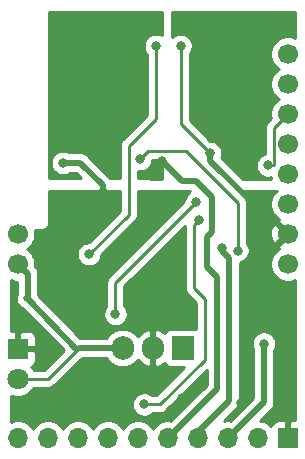
<source format=gbr>
G04 #@! TF.GenerationSoftware,KiCad,Pcbnew,5.1.5+dfsg1-2build2*
G04 #@! TF.CreationDate,2021-04-05T13:49:58+02:00*
G04 #@! TF.ProjectId,transistor_board,7472616e-7369-4737-946f-725f626f6172,rev?*
G04 #@! TF.SameCoordinates,Original*
G04 #@! TF.FileFunction,Copper,L1,Top*
G04 #@! TF.FilePolarity,Positive*
%FSLAX46Y46*%
G04 Gerber Fmt 4.6, Leading zero omitted, Abs format (unit mm)*
G04 Created by KiCad (PCBNEW 5.1.5+dfsg1-2build2) date 2021-04-05 13:49:58*
%MOMM*%
%LPD*%
G04 APERTURE LIST*
%ADD10C,1.800000*%
%ADD11R,1.800000X1.800000*%
%ADD12C,1.700000*%
%ADD13O,1.905000X2.000000*%
%ADD14R,1.905000X2.000000*%
%ADD15O,1.700000X1.700000*%
%ADD16R,1.700000X1.700000*%
%ADD17C,0.800000*%
%ADD18C,0.500000*%
%ADD19C,0.250000*%
%ADD20C,0.254000*%
G04 APERTURE END LIST*
D10*
X114300000Y-128980000D03*
D11*
X114300000Y-126440000D03*
D12*
X114300000Y-119253000D03*
X114300000Y-116713000D03*
X137160000Y-101473000D03*
X137160000Y-104013000D03*
X137160000Y-106553000D03*
X137160000Y-109093000D03*
X137160000Y-111633000D03*
X137160000Y-114173000D03*
X137160000Y-116713000D03*
X137160000Y-119253000D03*
D13*
X123170000Y-126365000D03*
X125710000Y-126365000D03*
D14*
X128250000Y-126365000D03*
D15*
X114300000Y-133985000D03*
X116840000Y-133985000D03*
X119380000Y-133985000D03*
X121920000Y-133985000D03*
X124460000Y-133985000D03*
X127000000Y-133985000D03*
X129540000Y-133985000D03*
X132080000Y-133985000D03*
X134620000Y-133985000D03*
D16*
X137160000Y-133985000D03*
D17*
X134175500Y-114109500D03*
X121475500Y-113157000D03*
X120269000Y-115824000D03*
X130556000Y-109855000D03*
X135763002Y-121856500D03*
X116586000Y-121602500D03*
X133159500Y-131000500D03*
X128206500Y-130619500D03*
X121412000Y-128714500D03*
X128079500Y-100774500D03*
X118110000Y-110680500D03*
X135128000Y-125984000D03*
X122110500Y-103632000D03*
X118110000Y-103568500D03*
X122110500Y-98996500D03*
X118110000Y-98996500D03*
X118160000Y-101300000D03*
X122130000Y-101260000D03*
X126492000Y-110490000D03*
X133858000Y-103632000D03*
X130111500Y-103632000D03*
X133794500Y-99060000D03*
X130111500Y-99060000D03*
X130150000Y-101250000D03*
X133810000Y-101250000D03*
X131572000Y-117856000D03*
X132905500Y-118110000D03*
X124650500Y-110363004D03*
X135476999Y-110903001D03*
X120332500Y-118427500D03*
X125984000Y-100774500D03*
X129413000Y-113982500D03*
X122555000Y-123507500D03*
X124984001Y-131143501D03*
X129667000Y-115506500D03*
D18*
X137160000Y-117094000D02*
X137160000Y-116713000D01*
D19*
X136779000Y-116713000D02*
X137160000Y-116713000D01*
D18*
X121475500Y-113157000D02*
X121475500Y-114617500D01*
X121475500Y-114617500D02*
X120668999Y-115424001D01*
X120668999Y-115424001D02*
X120269000Y-115824000D01*
X137160000Y-123253498D02*
X136163001Y-122256499D01*
X137160000Y-133985000D02*
X137160000Y-123253498D01*
X136163001Y-122256499D02*
X135763002Y-121856500D01*
X135763002Y-121290815D02*
X135763002Y-121856500D01*
X135509000Y-121036813D02*
X135763002Y-121290815D01*
X135509000Y-118364000D02*
X135509000Y-121036813D01*
X137160000Y-116713000D02*
X135509000Y-118364000D01*
X130556000Y-110490000D02*
X134175500Y-114109500D01*
X130556000Y-109855000D02*
X130556000Y-110490000D01*
D19*
X128079500Y-107378500D02*
X130556000Y-109855000D01*
X128079500Y-100774500D02*
X128079500Y-107378500D01*
D18*
X119564685Y-110680500D02*
X118675685Y-110680500D01*
X121475500Y-112591315D02*
X119564685Y-110680500D01*
X118675685Y-110680500D02*
X118110000Y-110680500D01*
X121475500Y-113157000D02*
X121475500Y-112591315D01*
D19*
X135128000Y-125984000D02*
X135128000Y-125984000D01*
D18*
X135128000Y-130937000D02*
X132080000Y-133985000D01*
X135128000Y-125984000D02*
X135128000Y-130937000D01*
D19*
X115149999Y-122149501D02*
X115125500Y-122174000D01*
D18*
X115149999Y-120102999D02*
X115149999Y-122149501D01*
X114300000Y-119253000D02*
X115149999Y-120102999D01*
X115125500Y-122174000D02*
X119327000Y-126492000D01*
X115000000Y-122165000D02*
X115125500Y-122174000D01*
D19*
X116839000Y-128980000D02*
X114300000Y-128980000D01*
X119327000Y-126492000D02*
X116839000Y-128980000D01*
D18*
X119507000Y-126365000D02*
X123170000Y-126365000D01*
X114300000Y-133985000D02*
X113850000Y-133535000D01*
D19*
X126492000Y-110490000D02*
X126492000Y-110490000D01*
X126492000Y-110490000D02*
X126492000Y-110490000D01*
D18*
X131160000Y-129825000D02*
X127000000Y-133985000D01*
X131160000Y-120386000D02*
X131160000Y-129825000D01*
X130302000Y-119528000D02*
X131160000Y-120386000D01*
X130302000Y-116967000D02*
X130302000Y-119528000D01*
X130721999Y-116547001D02*
X130302000Y-116967000D01*
X130721999Y-113562501D02*
X130721999Y-116547001D01*
X128206500Y-112204500D02*
X129363998Y-112204500D01*
X129363998Y-112204500D02*
X130721999Y-113562501D01*
X126492000Y-110490000D02*
X128206500Y-112204500D01*
D19*
X131572000Y-118110000D02*
X131572000Y-117856000D01*
X131572000Y-117856000D02*
X131572000Y-117856000D01*
D18*
X129540000Y-133477000D02*
X129540000Y-133985000D01*
X132180000Y-118718000D02*
X132180000Y-130837000D01*
X132180000Y-130837000D02*
X129540000Y-133477000D01*
X131572000Y-118110000D02*
X132180000Y-118718000D01*
D19*
X132905500Y-118110000D02*
X132905500Y-118110000D01*
X125050499Y-109963005D02*
X124650500Y-110363004D01*
X132905500Y-118110000D02*
X132905500Y-114057478D01*
X125341494Y-109672010D02*
X125050499Y-109963005D01*
X132905500Y-114057478D02*
X128520032Y-109672010D01*
X128520032Y-109672010D02*
X125341494Y-109672010D01*
X136310001Y-107402999D02*
X137160000Y-106553000D01*
X135984999Y-107728001D02*
X136310001Y-107402999D01*
X135984999Y-110903001D02*
X135476999Y-110903001D01*
X135984999Y-110903001D02*
X135984999Y-107728001D01*
X135476999Y-110903001D02*
X135476999Y-110903001D01*
X120332500Y-118427500D02*
X120332500Y-118427500D01*
X125984000Y-106934000D02*
X125984000Y-100774500D01*
X123698000Y-109220000D02*
X125984000Y-106934000D01*
X123698000Y-115062000D02*
X123698000Y-109220000D01*
X120332500Y-118427500D02*
X123698000Y-115062000D01*
X122555000Y-120840500D02*
X122555000Y-123507500D01*
X129413000Y-113982500D02*
X122555000Y-120840500D01*
X129267001Y-115906499D02*
X129667000Y-115506500D01*
X129203501Y-115969999D02*
X129267001Y-115906499D01*
X129203501Y-121296499D02*
X129203501Y-115969999D01*
X130110000Y-122202998D02*
X129203501Y-121296499D01*
X130110000Y-127350000D02*
X130110000Y-122202998D01*
X126316499Y-131143501D02*
X130110000Y-127350000D01*
X124984001Y-131143501D02*
X126316499Y-131143501D01*
D20*
G36*
X136006525Y-113226368D02*
G01*
X135844010Y-113469589D01*
X135732068Y-113739842D01*
X135675000Y-114026740D01*
X135675000Y-114319260D01*
X135732068Y-114606158D01*
X135844010Y-114876411D01*
X136006525Y-115119632D01*
X136213368Y-115326475D01*
X136386729Y-115442311D01*
X136311208Y-115684603D01*
X137160000Y-116533395D01*
X137174143Y-116519253D01*
X137353748Y-116698858D01*
X137339605Y-116713000D01*
X137353748Y-116727143D01*
X137174143Y-116906748D01*
X137160000Y-116892605D01*
X136311208Y-117741397D01*
X136386729Y-117983689D01*
X136213368Y-118099525D01*
X136006525Y-118306368D01*
X135844010Y-118549589D01*
X135732068Y-118819842D01*
X135675000Y-119106740D01*
X135675000Y-119399260D01*
X135732068Y-119686158D01*
X135844010Y-119956411D01*
X136006525Y-120199632D01*
X136213368Y-120406475D01*
X136456589Y-120568990D01*
X136726842Y-120680932D01*
X137013740Y-120738000D01*
X137306260Y-120738000D01*
X137593158Y-120680932D01*
X137770001Y-120607682D01*
X137770001Y-132498235D01*
X137445750Y-132500000D01*
X137287000Y-132658750D01*
X137287000Y-133858000D01*
X137307000Y-133858000D01*
X137307000Y-134112000D01*
X137287000Y-134112000D01*
X137287000Y-134132000D01*
X137033000Y-134132000D01*
X137033000Y-134112000D01*
X137013000Y-134112000D01*
X137013000Y-133858000D01*
X137033000Y-133858000D01*
X137033000Y-132658750D01*
X136874250Y-132500000D01*
X136310000Y-132496928D01*
X136185518Y-132509188D01*
X136065820Y-132545498D01*
X135955506Y-132604463D01*
X135858815Y-132683815D01*
X135779463Y-132780506D01*
X135720498Y-132890820D01*
X135698487Y-132963380D01*
X135566632Y-132831525D01*
X135323411Y-132669010D01*
X135053158Y-132557068D01*
X134808230Y-132508348D01*
X135723049Y-131593530D01*
X135756817Y-131565817D01*
X135867411Y-131431059D01*
X135949589Y-131277313D01*
X136000195Y-131110490D01*
X136013000Y-130980477D01*
X136013000Y-130980469D01*
X136017281Y-130937000D01*
X136013000Y-130893531D01*
X136013000Y-126522454D01*
X136045205Y-126474256D01*
X136123226Y-126285898D01*
X136163000Y-126085939D01*
X136163000Y-125882061D01*
X136123226Y-125682102D01*
X136045205Y-125493744D01*
X135931937Y-125324226D01*
X135787774Y-125180063D01*
X135618256Y-125066795D01*
X135429898Y-124988774D01*
X135229939Y-124949000D01*
X135026061Y-124949000D01*
X134826102Y-124988774D01*
X134637744Y-125066795D01*
X134468226Y-125180063D01*
X134324063Y-125324226D01*
X134210795Y-125493744D01*
X134132774Y-125682102D01*
X134093000Y-125882061D01*
X134093000Y-126085939D01*
X134132774Y-126285898D01*
X134210795Y-126474256D01*
X134243000Y-126522454D01*
X134243001Y-130570420D01*
X132298961Y-132514461D01*
X132226260Y-132500000D01*
X131933740Y-132500000D01*
X131727568Y-132541010D01*
X132775049Y-131493530D01*
X132808817Y-131465817D01*
X132837343Y-131431059D01*
X132919411Y-131331059D01*
X132948138Y-131277314D01*
X133001589Y-131177313D01*
X133052195Y-131010490D01*
X133065000Y-130880477D01*
X133065000Y-130880469D01*
X133069281Y-130837000D01*
X133065000Y-130793531D01*
X133065000Y-119133550D01*
X133207398Y-119105226D01*
X133395756Y-119027205D01*
X133565274Y-118913937D01*
X133709437Y-118769774D01*
X133822705Y-118600256D01*
X133900726Y-118411898D01*
X133940500Y-118211939D01*
X133940500Y-118008061D01*
X133900726Y-117808102D01*
X133822705Y-117619744D01*
X133709437Y-117450226D01*
X133665500Y-117406289D01*
X133665500Y-116781531D01*
X135669389Y-116781531D01*
X135711401Y-117071019D01*
X135809081Y-117346747D01*
X135882528Y-117484157D01*
X136131603Y-117561792D01*
X136980395Y-116713000D01*
X136131603Y-115864208D01*
X135882528Y-115941843D01*
X135756629Y-116205883D01*
X135684661Y-116489411D01*
X135669389Y-116781531D01*
X133665500Y-116781531D01*
X133665500Y-114094800D01*
X133669176Y-114057477D01*
X133665500Y-114020154D01*
X133665500Y-114020145D01*
X133654503Y-113908492D01*
X133611046Y-113765231D01*
X133540474Y-113633202D01*
X133445501Y-113517477D01*
X133416503Y-113493679D01*
X132968096Y-113045272D01*
X136197090Y-113035803D01*
X136006525Y-113226368D01*
G37*
X136006525Y-113226368D02*
X135844010Y-113469589D01*
X135732068Y-113739842D01*
X135675000Y-114026740D01*
X135675000Y-114319260D01*
X135732068Y-114606158D01*
X135844010Y-114876411D01*
X136006525Y-115119632D01*
X136213368Y-115326475D01*
X136386729Y-115442311D01*
X136311208Y-115684603D01*
X137160000Y-116533395D01*
X137174143Y-116519253D01*
X137353748Y-116698858D01*
X137339605Y-116713000D01*
X137353748Y-116727143D01*
X137174143Y-116906748D01*
X137160000Y-116892605D01*
X136311208Y-117741397D01*
X136386729Y-117983689D01*
X136213368Y-118099525D01*
X136006525Y-118306368D01*
X135844010Y-118549589D01*
X135732068Y-118819842D01*
X135675000Y-119106740D01*
X135675000Y-119399260D01*
X135732068Y-119686158D01*
X135844010Y-119956411D01*
X136006525Y-120199632D01*
X136213368Y-120406475D01*
X136456589Y-120568990D01*
X136726842Y-120680932D01*
X137013740Y-120738000D01*
X137306260Y-120738000D01*
X137593158Y-120680932D01*
X137770001Y-120607682D01*
X137770001Y-132498235D01*
X137445750Y-132500000D01*
X137287000Y-132658750D01*
X137287000Y-133858000D01*
X137307000Y-133858000D01*
X137307000Y-134112000D01*
X137287000Y-134112000D01*
X137287000Y-134132000D01*
X137033000Y-134132000D01*
X137033000Y-134112000D01*
X137013000Y-134112000D01*
X137013000Y-133858000D01*
X137033000Y-133858000D01*
X137033000Y-132658750D01*
X136874250Y-132500000D01*
X136310000Y-132496928D01*
X136185518Y-132509188D01*
X136065820Y-132545498D01*
X135955506Y-132604463D01*
X135858815Y-132683815D01*
X135779463Y-132780506D01*
X135720498Y-132890820D01*
X135698487Y-132963380D01*
X135566632Y-132831525D01*
X135323411Y-132669010D01*
X135053158Y-132557068D01*
X134808230Y-132508348D01*
X135723049Y-131593530D01*
X135756817Y-131565817D01*
X135867411Y-131431059D01*
X135949589Y-131277313D01*
X136000195Y-131110490D01*
X136013000Y-130980477D01*
X136013000Y-130980469D01*
X136017281Y-130937000D01*
X136013000Y-130893531D01*
X136013000Y-126522454D01*
X136045205Y-126474256D01*
X136123226Y-126285898D01*
X136163000Y-126085939D01*
X136163000Y-125882061D01*
X136123226Y-125682102D01*
X136045205Y-125493744D01*
X135931937Y-125324226D01*
X135787774Y-125180063D01*
X135618256Y-125066795D01*
X135429898Y-124988774D01*
X135229939Y-124949000D01*
X135026061Y-124949000D01*
X134826102Y-124988774D01*
X134637744Y-125066795D01*
X134468226Y-125180063D01*
X134324063Y-125324226D01*
X134210795Y-125493744D01*
X134132774Y-125682102D01*
X134093000Y-125882061D01*
X134093000Y-126085939D01*
X134132774Y-126285898D01*
X134210795Y-126474256D01*
X134243000Y-126522454D01*
X134243001Y-130570420D01*
X132298961Y-132514461D01*
X132226260Y-132500000D01*
X131933740Y-132500000D01*
X131727568Y-132541010D01*
X132775049Y-131493530D01*
X132808817Y-131465817D01*
X132837343Y-131431059D01*
X132919411Y-131331059D01*
X132948138Y-131277314D01*
X133001589Y-131177313D01*
X133052195Y-131010490D01*
X133065000Y-130880477D01*
X133065000Y-130880469D01*
X133069281Y-130837000D01*
X133065000Y-130793531D01*
X133065000Y-119133550D01*
X133207398Y-119105226D01*
X133395756Y-119027205D01*
X133565274Y-118913937D01*
X133709437Y-118769774D01*
X133822705Y-118600256D01*
X133900726Y-118411898D01*
X133940500Y-118211939D01*
X133940500Y-118008061D01*
X133900726Y-117808102D01*
X133822705Y-117619744D01*
X133709437Y-117450226D01*
X133665500Y-117406289D01*
X133665500Y-116781531D01*
X135669389Y-116781531D01*
X135711401Y-117071019D01*
X135809081Y-117346747D01*
X135882528Y-117484157D01*
X136131603Y-117561792D01*
X136980395Y-116713000D01*
X136131603Y-115864208D01*
X135882528Y-115941843D01*
X135756629Y-116205883D01*
X135684661Y-116489411D01*
X135669389Y-116781531D01*
X133665500Y-116781531D01*
X133665500Y-114094800D01*
X133669176Y-114057477D01*
X133665500Y-114020154D01*
X133665500Y-114020145D01*
X133654503Y-113908492D01*
X133611046Y-113765231D01*
X133540474Y-113633202D01*
X133445501Y-113517477D01*
X133416503Y-113493679D01*
X132968096Y-113045272D01*
X136197090Y-113035803D01*
X136006525Y-113226368D01*
G36*
X128033010Y-113076695D02*
G01*
X128163023Y-113089500D01*
X128163033Y-113089500D01*
X128206499Y-113093781D01*
X128249965Y-113089500D01*
X128886519Y-113089500D01*
X128753226Y-113178563D01*
X128609063Y-113322726D01*
X128495795Y-113492244D01*
X128417774Y-113680602D01*
X128378000Y-113880561D01*
X128378000Y-113942698D01*
X122044003Y-120276696D01*
X122014999Y-120300499D01*
X121959871Y-120367674D01*
X121920026Y-120416224D01*
X121905547Y-120443312D01*
X121849454Y-120548254D01*
X121805997Y-120691515D01*
X121795000Y-120803168D01*
X121795000Y-120803178D01*
X121791324Y-120840500D01*
X121795000Y-120877823D01*
X121795001Y-122803788D01*
X121751063Y-122847726D01*
X121637795Y-123017244D01*
X121559774Y-123205602D01*
X121520000Y-123405561D01*
X121520000Y-123609439D01*
X121559774Y-123809398D01*
X121637795Y-123997756D01*
X121751063Y-124167274D01*
X121895226Y-124311437D01*
X122064744Y-124424705D01*
X122253102Y-124502726D01*
X122453061Y-124542500D01*
X122656939Y-124542500D01*
X122856898Y-124502726D01*
X123045256Y-124424705D01*
X123214774Y-124311437D01*
X123358937Y-124167274D01*
X123472205Y-123997756D01*
X123550226Y-123809398D01*
X123590000Y-123609439D01*
X123590000Y-123405561D01*
X123550226Y-123205602D01*
X123472205Y-123017244D01*
X123358937Y-122847726D01*
X123315000Y-122803789D01*
X123315000Y-121155301D01*
X128443502Y-116026800D01*
X128443501Y-121259176D01*
X128439825Y-121296499D01*
X128443501Y-121333821D01*
X128443501Y-121333831D01*
X128454498Y-121445484D01*
X128497032Y-121585702D01*
X128497955Y-121588745D01*
X128568527Y-121720775D01*
X128592285Y-121749724D01*
X128663500Y-121836500D01*
X128692503Y-121860302D01*
X129350001Y-122517801D01*
X129350001Y-124746171D01*
X129326982Y-124739188D01*
X129202500Y-124726928D01*
X127297500Y-124726928D01*
X127173018Y-124739188D01*
X127053320Y-124775498D01*
X126943006Y-124834463D01*
X126846315Y-124913815D01*
X126766963Y-125010506D01*
X126717941Y-125102219D01*
X126576923Y-124989031D01*
X126301094Y-124845429D01*
X126082980Y-124774437D01*
X125837000Y-124894406D01*
X125837000Y-126238000D01*
X125857000Y-126238000D01*
X125857000Y-126492000D01*
X125837000Y-126492000D01*
X125837000Y-127835594D01*
X126082980Y-127955563D01*
X126301094Y-127884571D01*
X126576923Y-127740969D01*
X126717941Y-127627781D01*
X126766963Y-127719494D01*
X126846315Y-127816185D01*
X126943006Y-127895537D01*
X127053320Y-127954502D01*
X127173018Y-127990812D01*
X127297500Y-128003072D01*
X128382126Y-128003072D01*
X126001698Y-130383501D01*
X125687712Y-130383501D01*
X125643775Y-130339564D01*
X125474257Y-130226296D01*
X125285899Y-130148275D01*
X125085940Y-130108501D01*
X124882062Y-130108501D01*
X124682103Y-130148275D01*
X124493745Y-130226296D01*
X124324227Y-130339564D01*
X124180064Y-130483727D01*
X124066796Y-130653245D01*
X123988775Y-130841603D01*
X123949001Y-131041562D01*
X123949001Y-131245440D01*
X123988775Y-131445399D01*
X124066796Y-131633757D01*
X124180064Y-131803275D01*
X124324227Y-131947438D01*
X124493745Y-132060706D01*
X124682103Y-132138727D01*
X124882062Y-132178501D01*
X125085940Y-132178501D01*
X125285899Y-132138727D01*
X125474257Y-132060706D01*
X125643775Y-131947438D01*
X125687712Y-131903501D01*
X126279177Y-131903501D01*
X126316499Y-131907177D01*
X126353821Y-131903501D01*
X126353832Y-131903501D01*
X126465485Y-131892504D01*
X126608746Y-131849047D01*
X126740775Y-131778475D01*
X126856500Y-131683502D01*
X126880303Y-131654498D01*
X130275001Y-128259801D01*
X130275001Y-129458420D01*
X127218961Y-132514461D01*
X127146260Y-132500000D01*
X126853740Y-132500000D01*
X126566842Y-132557068D01*
X126296589Y-132669010D01*
X126053368Y-132831525D01*
X125846525Y-133038368D01*
X125730000Y-133212760D01*
X125613475Y-133038368D01*
X125406632Y-132831525D01*
X125163411Y-132669010D01*
X124893158Y-132557068D01*
X124606260Y-132500000D01*
X124313740Y-132500000D01*
X124026842Y-132557068D01*
X123756589Y-132669010D01*
X123513368Y-132831525D01*
X123306525Y-133038368D01*
X123190000Y-133212760D01*
X123073475Y-133038368D01*
X122866632Y-132831525D01*
X122623411Y-132669010D01*
X122353158Y-132557068D01*
X122066260Y-132500000D01*
X121773740Y-132500000D01*
X121486842Y-132557068D01*
X121216589Y-132669010D01*
X120973368Y-132831525D01*
X120766525Y-133038368D01*
X120650000Y-133212760D01*
X120533475Y-133038368D01*
X120326632Y-132831525D01*
X120083411Y-132669010D01*
X119813158Y-132557068D01*
X119526260Y-132500000D01*
X119233740Y-132500000D01*
X118946842Y-132557068D01*
X118676589Y-132669010D01*
X118433368Y-132831525D01*
X118226525Y-133038368D01*
X118110000Y-133212760D01*
X117993475Y-133038368D01*
X117786632Y-132831525D01*
X117543411Y-132669010D01*
X117273158Y-132557068D01*
X116986260Y-132500000D01*
X116693740Y-132500000D01*
X116406842Y-132557068D01*
X116136589Y-132669010D01*
X115893368Y-132831525D01*
X115686525Y-133038368D01*
X115570000Y-133212760D01*
X115453475Y-133038368D01*
X115246632Y-132831525D01*
X115003411Y-132669010D01*
X114733158Y-132557068D01*
X114446260Y-132500000D01*
X114153740Y-132500000D01*
X113866842Y-132557068D01*
X113690000Y-132630318D01*
X113690000Y-130388802D01*
X113852257Y-130456011D01*
X114148816Y-130515000D01*
X114451184Y-130515000D01*
X114747743Y-130456011D01*
X115027095Y-130340299D01*
X115278505Y-130172312D01*
X115492312Y-129958505D01*
X115638313Y-129740000D01*
X116801678Y-129740000D01*
X116839000Y-129743676D01*
X116876322Y-129740000D01*
X116876333Y-129740000D01*
X116987986Y-129729003D01*
X117131247Y-129685546D01*
X117263276Y-129614974D01*
X117379001Y-129520001D01*
X117402804Y-129490997D01*
X119543036Y-127350766D01*
X119656047Y-127318164D01*
X119787879Y-127250000D01*
X121817606Y-127250000D01*
X121843655Y-127298734D01*
X122042037Y-127540463D01*
X122283765Y-127738845D01*
X122559551Y-127886255D01*
X122858796Y-127977030D01*
X123170000Y-128007681D01*
X123481203Y-127977030D01*
X123780448Y-127886255D01*
X124056234Y-127738845D01*
X124297963Y-127540463D01*
X124445163Y-127361101D01*
X124600563Y-127546315D01*
X124843077Y-127740969D01*
X125118906Y-127884571D01*
X125337020Y-127955563D01*
X125583000Y-127835594D01*
X125583000Y-126492000D01*
X125563000Y-126492000D01*
X125563000Y-126238000D01*
X125583000Y-126238000D01*
X125583000Y-124894406D01*
X125337020Y-124774437D01*
X125118906Y-124845429D01*
X124843077Y-124989031D01*
X124600563Y-125183685D01*
X124445162Y-125368900D01*
X124297963Y-125189537D01*
X124056235Y-124991155D01*
X123780449Y-124843745D01*
X123481204Y-124752970D01*
X123170000Y-124722319D01*
X122858797Y-124752970D01*
X122559552Y-124843745D01*
X122283766Y-124991155D01*
X122042037Y-125189537D01*
X121843655Y-125431265D01*
X121817606Y-125480000D01*
X119577114Y-125480000D01*
X116034999Y-121839670D01*
X116034999Y-120146464D01*
X116039280Y-120102998D01*
X116034999Y-120059532D01*
X116034999Y-120059522D01*
X116022194Y-119929509D01*
X115971588Y-119762686D01*
X115889410Y-119608940D01*
X115778816Y-119474182D01*
X115771321Y-119468031D01*
X115785000Y-119399260D01*
X115785000Y-119106740D01*
X115727932Y-118819842D01*
X115615990Y-118549589D01*
X115453475Y-118306368D01*
X115246632Y-118099525D01*
X115072240Y-117983000D01*
X115246632Y-117866475D01*
X115453475Y-117659632D01*
X115615990Y-117416411D01*
X115727932Y-117146158D01*
X115785000Y-116859260D01*
X115785000Y-116566740D01*
X115743877Y-116360000D01*
X116267581Y-116360000D01*
X116300000Y-116363193D01*
X116332419Y-116360000D01*
X116429383Y-116350450D01*
X116553793Y-116312710D01*
X116668450Y-116251425D01*
X116768948Y-116168948D01*
X116851425Y-116068450D01*
X116912710Y-115953793D01*
X116950450Y-115829383D01*
X116963193Y-115700000D01*
X116960000Y-115667581D01*
X116960000Y-113092217D01*
X122938000Y-113074686D01*
X122938000Y-114747198D01*
X120292699Y-117392500D01*
X120230561Y-117392500D01*
X120030602Y-117432274D01*
X119842244Y-117510295D01*
X119672726Y-117623563D01*
X119528563Y-117767726D01*
X119415295Y-117937244D01*
X119337274Y-118125602D01*
X119297500Y-118325561D01*
X119297500Y-118529439D01*
X119337274Y-118729398D01*
X119415295Y-118917756D01*
X119528563Y-119087274D01*
X119672726Y-119231437D01*
X119842244Y-119344705D01*
X120030602Y-119422726D01*
X120230561Y-119462500D01*
X120434439Y-119462500D01*
X120634398Y-119422726D01*
X120822756Y-119344705D01*
X120992274Y-119231437D01*
X121136437Y-119087274D01*
X121249705Y-118917756D01*
X121327726Y-118729398D01*
X121367500Y-118529439D01*
X121367500Y-118467301D01*
X124209004Y-115625798D01*
X124238001Y-115602001D01*
X124332974Y-115486276D01*
X124403546Y-115354247D01*
X124447003Y-115210986D01*
X124458000Y-115099333D01*
X124458000Y-115099325D01*
X124461676Y-115062000D01*
X124458000Y-115024675D01*
X124458000Y-113070229D01*
X127977669Y-113059907D01*
X128033010Y-113076695D01*
G37*
X128033010Y-113076695D02*
X128163023Y-113089500D01*
X128163033Y-113089500D01*
X128206499Y-113093781D01*
X128249965Y-113089500D01*
X128886519Y-113089500D01*
X128753226Y-113178563D01*
X128609063Y-113322726D01*
X128495795Y-113492244D01*
X128417774Y-113680602D01*
X128378000Y-113880561D01*
X128378000Y-113942698D01*
X122044003Y-120276696D01*
X122014999Y-120300499D01*
X121959871Y-120367674D01*
X121920026Y-120416224D01*
X121905547Y-120443312D01*
X121849454Y-120548254D01*
X121805997Y-120691515D01*
X121795000Y-120803168D01*
X121795000Y-120803178D01*
X121791324Y-120840500D01*
X121795000Y-120877823D01*
X121795001Y-122803788D01*
X121751063Y-122847726D01*
X121637795Y-123017244D01*
X121559774Y-123205602D01*
X121520000Y-123405561D01*
X121520000Y-123609439D01*
X121559774Y-123809398D01*
X121637795Y-123997756D01*
X121751063Y-124167274D01*
X121895226Y-124311437D01*
X122064744Y-124424705D01*
X122253102Y-124502726D01*
X122453061Y-124542500D01*
X122656939Y-124542500D01*
X122856898Y-124502726D01*
X123045256Y-124424705D01*
X123214774Y-124311437D01*
X123358937Y-124167274D01*
X123472205Y-123997756D01*
X123550226Y-123809398D01*
X123590000Y-123609439D01*
X123590000Y-123405561D01*
X123550226Y-123205602D01*
X123472205Y-123017244D01*
X123358937Y-122847726D01*
X123315000Y-122803789D01*
X123315000Y-121155301D01*
X128443502Y-116026800D01*
X128443501Y-121259176D01*
X128439825Y-121296499D01*
X128443501Y-121333821D01*
X128443501Y-121333831D01*
X128454498Y-121445484D01*
X128497032Y-121585702D01*
X128497955Y-121588745D01*
X128568527Y-121720775D01*
X128592285Y-121749724D01*
X128663500Y-121836500D01*
X128692503Y-121860302D01*
X129350001Y-122517801D01*
X129350001Y-124746171D01*
X129326982Y-124739188D01*
X129202500Y-124726928D01*
X127297500Y-124726928D01*
X127173018Y-124739188D01*
X127053320Y-124775498D01*
X126943006Y-124834463D01*
X126846315Y-124913815D01*
X126766963Y-125010506D01*
X126717941Y-125102219D01*
X126576923Y-124989031D01*
X126301094Y-124845429D01*
X126082980Y-124774437D01*
X125837000Y-124894406D01*
X125837000Y-126238000D01*
X125857000Y-126238000D01*
X125857000Y-126492000D01*
X125837000Y-126492000D01*
X125837000Y-127835594D01*
X126082980Y-127955563D01*
X126301094Y-127884571D01*
X126576923Y-127740969D01*
X126717941Y-127627781D01*
X126766963Y-127719494D01*
X126846315Y-127816185D01*
X126943006Y-127895537D01*
X127053320Y-127954502D01*
X127173018Y-127990812D01*
X127297500Y-128003072D01*
X128382126Y-128003072D01*
X126001698Y-130383501D01*
X125687712Y-130383501D01*
X125643775Y-130339564D01*
X125474257Y-130226296D01*
X125285899Y-130148275D01*
X125085940Y-130108501D01*
X124882062Y-130108501D01*
X124682103Y-130148275D01*
X124493745Y-130226296D01*
X124324227Y-130339564D01*
X124180064Y-130483727D01*
X124066796Y-130653245D01*
X123988775Y-130841603D01*
X123949001Y-131041562D01*
X123949001Y-131245440D01*
X123988775Y-131445399D01*
X124066796Y-131633757D01*
X124180064Y-131803275D01*
X124324227Y-131947438D01*
X124493745Y-132060706D01*
X124682103Y-132138727D01*
X124882062Y-132178501D01*
X125085940Y-132178501D01*
X125285899Y-132138727D01*
X125474257Y-132060706D01*
X125643775Y-131947438D01*
X125687712Y-131903501D01*
X126279177Y-131903501D01*
X126316499Y-131907177D01*
X126353821Y-131903501D01*
X126353832Y-131903501D01*
X126465485Y-131892504D01*
X126608746Y-131849047D01*
X126740775Y-131778475D01*
X126856500Y-131683502D01*
X126880303Y-131654498D01*
X130275001Y-128259801D01*
X130275001Y-129458420D01*
X127218961Y-132514461D01*
X127146260Y-132500000D01*
X126853740Y-132500000D01*
X126566842Y-132557068D01*
X126296589Y-132669010D01*
X126053368Y-132831525D01*
X125846525Y-133038368D01*
X125730000Y-133212760D01*
X125613475Y-133038368D01*
X125406632Y-132831525D01*
X125163411Y-132669010D01*
X124893158Y-132557068D01*
X124606260Y-132500000D01*
X124313740Y-132500000D01*
X124026842Y-132557068D01*
X123756589Y-132669010D01*
X123513368Y-132831525D01*
X123306525Y-133038368D01*
X123190000Y-133212760D01*
X123073475Y-133038368D01*
X122866632Y-132831525D01*
X122623411Y-132669010D01*
X122353158Y-132557068D01*
X122066260Y-132500000D01*
X121773740Y-132500000D01*
X121486842Y-132557068D01*
X121216589Y-132669010D01*
X120973368Y-132831525D01*
X120766525Y-133038368D01*
X120650000Y-133212760D01*
X120533475Y-133038368D01*
X120326632Y-132831525D01*
X120083411Y-132669010D01*
X119813158Y-132557068D01*
X119526260Y-132500000D01*
X119233740Y-132500000D01*
X118946842Y-132557068D01*
X118676589Y-132669010D01*
X118433368Y-132831525D01*
X118226525Y-133038368D01*
X118110000Y-133212760D01*
X117993475Y-133038368D01*
X117786632Y-132831525D01*
X117543411Y-132669010D01*
X117273158Y-132557068D01*
X116986260Y-132500000D01*
X116693740Y-132500000D01*
X116406842Y-132557068D01*
X116136589Y-132669010D01*
X115893368Y-132831525D01*
X115686525Y-133038368D01*
X115570000Y-133212760D01*
X115453475Y-133038368D01*
X115246632Y-132831525D01*
X115003411Y-132669010D01*
X114733158Y-132557068D01*
X114446260Y-132500000D01*
X114153740Y-132500000D01*
X113866842Y-132557068D01*
X113690000Y-132630318D01*
X113690000Y-130388802D01*
X113852257Y-130456011D01*
X114148816Y-130515000D01*
X114451184Y-130515000D01*
X114747743Y-130456011D01*
X115027095Y-130340299D01*
X115278505Y-130172312D01*
X115492312Y-129958505D01*
X115638313Y-129740000D01*
X116801678Y-129740000D01*
X116839000Y-129743676D01*
X116876322Y-129740000D01*
X116876333Y-129740000D01*
X116987986Y-129729003D01*
X117131247Y-129685546D01*
X117263276Y-129614974D01*
X117379001Y-129520001D01*
X117402804Y-129490997D01*
X119543036Y-127350766D01*
X119656047Y-127318164D01*
X119787879Y-127250000D01*
X121817606Y-127250000D01*
X121843655Y-127298734D01*
X122042037Y-127540463D01*
X122283765Y-127738845D01*
X122559551Y-127886255D01*
X122858796Y-127977030D01*
X123170000Y-128007681D01*
X123481203Y-127977030D01*
X123780448Y-127886255D01*
X124056234Y-127738845D01*
X124297963Y-127540463D01*
X124445163Y-127361101D01*
X124600563Y-127546315D01*
X124843077Y-127740969D01*
X125118906Y-127884571D01*
X125337020Y-127955563D01*
X125583000Y-127835594D01*
X125583000Y-126492000D01*
X125563000Y-126492000D01*
X125563000Y-126238000D01*
X125583000Y-126238000D01*
X125583000Y-124894406D01*
X125337020Y-124774437D01*
X125118906Y-124845429D01*
X124843077Y-124989031D01*
X124600563Y-125183685D01*
X124445162Y-125368900D01*
X124297963Y-125189537D01*
X124056235Y-124991155D01*
X123780449Y-124843745D01*
X123481204Y-124752970D01*
X123170000Y-124722319D01*
X122858797Y-124752970D01*
X122559552Y-124843745D01*
X122283766Y-124991155D01*
X122042037Y-125189537D01*
X121843655Y-125431265D01*
X121817606Y-125480000D01*
X119577114Y-125480000D01*
X116034999Y-121839670D01*
X116034999Y-120146464D01*
X116039280Y-120102998D01*
X116034999Y-120059532D01*
X116034999Y-120059522D01*
X116022194Y-119929509D01*
X115971588Y-119762686D01*
X115889410Y-119608940D01*
X115778816Y-119474182D01*
X115771321Y-119468031D01*
X115785000Y-119399260D01*
X115785000Y-119106740D01*
X115727932Y-118819842D01*
X115615990Y-118549589D01*
X115453475Y-118306368D01*
X115246632Y-118099525D01*
X115072240Y-117983000D01*
X115246632Y-117866475D01*
X115453475Y-117659632D01*
X115615990Y-117416411D01*
X115727932Y-117146158D01*
X115785000Y-116859260D01*
X115785000Y-116566740D01*
X115743877Y-116360000D01*
X116267581Y-116360000D01*
X116300000Y-116363193D01*
X116332419Y-116360000D01*
X116429383Y-116350450D01*
X116553793Y-116312710D01*
X116668450Y-116251425D01*
X116768948Y-116168948D01*
X116851425Y-116068450D01*
X116912710Y-115953793D01*
X116950450Y-115829383D01*
X116963193Y-115700000D01*
X116960000Y-115667581D01*
X116960000Y-113092217D01*
X122938000Y-113074686D01*
X122938000Y-114747198D01*
X120292699Y-117392500D01*
X120230561Y-117392500D01*
X120030602Y-117432274D01*
X119842244Y-117510295D01*
X119672726Y-117623563D01*
X119528563Y-117767726D01*
X119415295Y-117937244D01*
X119337274Y-118125602D01*
X119297500Y-118325561D01*
X119297500Y-118529439D01*
X119337274Y-118729398D01*
X119415295Y-118917756D01*
X119528563Y-119087274D01*
X119672726Y-119231437D01*
X119842244Y-119344705D01*
X120030602Y-119422726D01*
X120230561Y-119462500D01*
X120434439Y-119462500D01*
X120634398Y-119422726D01*
X120822756Y-119344705D01*
X120992274Y-119231437D01*
X121136437Y-119087274D01*
X121249705Y-118917756D01*
X121327726Y-118729398D01*
X121367500Y-118529439D01*
X121367500Y-118467301D01*
X124209004Y-115625798D01*
X124238001Y-115602001D01*
X124332974Y-115486276D01*
X124403546Y-115354247D01*
X124447003Y-115210986D01*
X124458000Y-115099333D01*
X124458000Y-115099325D01*
X124461676Y-115062000D01*
X124458000Y-115024675D01*
X124458000Y-113070229D01*
X127977669Y-113059907D01*
X128033010Y-113076695D01*
G36*
X113866842Y-120680932D02*
G01*
X114153740Y-120738000D01*
X114264999Y-120738000D01*
X114265000Y-121671386D01*
X114204858Y-121766791D01*
X114142449Y-121929567D01*
X114112996Y-122101391D01*
X114117630Y-122275657D01*
X114156174Y-122445673D01*
X114227144Y-122604903D01*
X114327815Y-122747227D01*
X114454317Y-122867177D01*
X114601791Y-122960142D01*
X114687653Y-122993062D01*
X118171100Y-126573099D01*
X116524199Y-128220000D01*
X115638313Y-128220000D01*
X115492312Y-128001495D01*
X115425873Y-127935056D01*
X115444180Y-127929502D01*
X115554494Y-127870537D01*
X115651185Y-127791185D01*
X115730537Y-127694494D01*
X115789502Y-127584180D01*
X115825812Y-127464482D01*
X115838072Y-127340000D01*
X115835000Y-126725750D01*
X115676250Y-126567000D01*
X114427000Y-126567000D01*
X114427000Y-126587000D01*
X114173000Y-126587000D01*
X114173000Y-126567000D01*
X114153000Y-126567000D01*
X114153000Y-126313000D01*
X114173000Y-126313000D01*
X114173000Y-125063750D01*
X114427000Y-125063750D01*
X114427000Y-126313000D01*
X115676250Y-126313000D01*
X115835000Y-126154250D01*
X115838072Y-125540000D01*
X115825812Y-125415518D01*
X115789502Y-125295820D01*
X115730537Y-125185506D01*
X115651185Y-125088815D01*
X115554494Y-125009463D01*
X115444180Y-124950498D01*
X115324482Y-124914188D01*
X115200000Y-124901928D01*
X114585750Y-124905000D01*
X114427000Y-125063750D01*
X114173000Y-125063750D01*
X114014250Y-124905000D01*
X113690000Y-124903378D01*
X113690000Y-120607682D01*
X113866842Y-120680932D01*
G37*
X113866842Y-120680932D02*
X114153740Y-120738000D01*
X114264999Y-120738000D01*
X114265000Y-121671386D01*
X114204858Y-121766791D01*
X114142449Y-121929567D01*
X114112996Y-122101391D01*
X114117630Y-122275657D01*
X114156174Y-122445673D01*
X114227144Y-122604903D01*
X114327815Y-122747227D01*
X114454317Y-122867177D01*
X114601791Y-122960142D01*
X114687653Y-122993062D01*
X118171100Y-126573099D01*
X116524199Y-128220000D01*
X115638313Y-128220000D01*
X115492312Y-128001495D01*
X115425873Y-127935056D01*
X115444180Y-127929502D01*
X115554494Y-127870537D01*
X115651185Y-127791185D01*
X115730537Y-127694494D01*
X115789502Y-127584180D01*
X115825812Y-127464482D01*
X115838072Y-127340000D01*
X115835000Y-126725750D01*
X115676250Y-126567000D01*
X114427000Y-126567000D01*
X114427000Y-126587000D01*
X114173000Y-126587000D01*
X114173000Y-126567000D01*
X114153000Y-126567000D01*
X114153000Y-126313000D01*
X114173000Y-126313000D01*
X114173000Y-125063750D01*
X114427000Y-125063750D01*
X114427000Y-126313000D01*
X115676250Y-126313000D01*
X115835000Y-126154250D01*
X115838072Y-125540000D01*
X115825812Y-125415518D01*
X115789502Y-125295820D01*
X115730537Y-125185506D01*
X115651185Y-125088815D01*
X115554494Y-125009463D01*
X115444180Y-124950498D01*
X115324482Y-124914188D01*
X115200000Y-124901928D01*
X114585750Y-124905000D01*
X114427000Y-125063750D01*
X114173000Y-125063750D01*
X114014250Y-124905000D01*
X113690000Y-124903378D01*
X113690000Y-120607682D01*
X113866842Y-120680932D01*
G36*
X126492000Y-112013199D02*
G01*
X124458000Y-112000407D01*
X124458000Y-111379990D01*
X124548561Y-111398004D01*
X124752439Y-111398004D01*
X124952398Y-111358230D01*
X125140756Y-111280209D01*
X125310274Y-111166941D01*
X125454437Y-111022778D01*
X125567705Y-110853260D01*
X125645726Y-110664902D01*
X125685500Y-110464943D01*
X125685500Y-110432010D01*
X126492000Y-110432010D01*
X126492000Y-112013199D01*
G37*
X126492000Y-112013199D02*
X124458000Y-112000407D01*
X124458000Y-111379990D01*
X124548561Y-111398004D01*
X124752439Y-111398004D01*
X124952398Y-111358230D01*
X125140756Y-111280209D01*
X125310274Y-111166941D01*
X125454437Y-111022778D01*
X125567705Y-110853260D01*
X125645726Y-110664902D01*
X125685500Y-110464943D01*
X125685500Y-110432010D01*
X126492000Y-110432010D01*
X126492000Y-112013199D01*
G36*
X126492000Y-99869151D02*
G01*
X126474256Y-99857295D01*
X126285898Y-99779274D01*
X126085939Y-99739500D01*
X125882061Y-99739500D01*
X125682102Y-99779274D01*
X125493744Y-99857295D01*
X125324226Y-99970563D01*
X125180063Y-100114726D01*
X125066795Y-100284244D01*
X124988774Y-100472602D01*
X124949000Y-100672561D01*
X124949000Y-100876439D01*
X124988774Y-101076398D01*
X125066795Y-101264756D01*
X125180063Y-101434274D01*
X125224001Y-101478212D01*
X125224000Y-106619198D01*
X123186998Y-108656201D01*
X123158000Y-108679999D01*
X123134202Y-108708997D01*
X123134201Y-108708998D01*
X123063026Y-108795724D01*
X122992454Y-108927754D01*
X122980712Y-108966464D01*
X122948998Y-109071014D01*
X122938001Y-109182667D01*
X122934324Y-109220000D01*
X122938001Y-109257332D01*
X122938001Y-111990847D01*
X122123378Y-111985724D01*
X122104317Y-111962498D01*
X122070549Y-111934785D01*
X120221219Y-110085456D01*
X120193502Y-110051683D01*
X120058744Y-109941089D01*
X119904998Y-109858911D01*
X119738175Y-109808305D01*
X119608162Y-109795500D01*
X119608154Y-109795500D01*
X119564685Y-109791219D01*
X119521216Y-109795500D01*
X118648454Y-109795500D01*
X118600256Y-109763295D01*
X118411898Y-109685274D01*
X118211939Y-109645500D01*
X118008061Y-109645500D01*
X117808102Y-109685274D01*
X117619744Y-109763295D01*
X117450226Y-109876563D01*
X117306063Y-110020726D01*
X117192795Y-110190244D01*
X117114774Y-110378602D01*
X117075000Y-110578561D01*
X117075000Y-110782439D01*
X117114774Y-110982398D01*
X117192795Y-111170756D01*
X117306063Y-111340274D01*
X117450226Y-111484437D01*
X117619744Y-111597705D01*
X117808102Y-111675726D01*
X118008061Y-111715500D01*
X118211939Y-111715500D01*
X118411898Y-111675726D01*
X118600256Y-111597705D01*
X118648454Y-111565500D01*
X119198107Y-111565500D01*
X119602476Y-111969869D01*
X116960000Y-111953250D01*
X116960000Y-97942000D01*
X126492000Y-97942000D01*
X126492000Y-99869151D01*
G37*
X126492000Y-99869151D02*
X126474256Y-99857295D01*
X126285898Y-99779274D01*
X126085939Y-99739500D01*
X125882061Y-99739500D01*
X125682102Y-99779274D01*
X125493744Y-99857295D01*
X125324226Y-99970563D01*
X125180063Y-100114726D01*
X125066795Y-100284244D01*
X124988774Y-100472602D01*
X124949000Y-100672561D01*
X124949000Y-100876439D01*
X124988774Y-101076398D01*
X125066795Y-101264756D01*
X125180063Y-101434274D01*
X125224001Y-101478212D01*
X125224000Y-106619198D01*
X123186998Y-108656201D01*
X123158000Y-108679999D01*
X123134202Y-108708997D01*
X123134201Y-108708998D01*
X123063026Y-108795724D01*
X122992454Y-108927754D01*
X122980712Y-108966464D01*
X122948998Y-109071014D01*
X122938001Y-109182667D01*
X122934324Y-109220000D01*
X122938001Y-109257332D01*
X122938001Y-111990847D01*
X122123378Y-111985724D01*
X122104317Y-111962498D01*
X122070549Y-111934785D01*
X120221219Y-110085456D01*
X120193502Y-110051683D01*
X120058744Y-109941089D01*
X119904998Y-109858911D01*
X119738175Y-109808305D01*
X119608162Y-109795500D01*
X119608154Y-109795500D01*
X119564685Y-109791219D01*
X119521216Y-109795500D01*
X118648454Y-109795500D01*
X118600256Y-109763295D01*
X118411898Y-109685274D01*
X118211939Y-109645500D01*
X118008061Y-109645500D01*
X117808102Y-109685274D01*
X117619744Y-109763295D01*
X117450226Y-109876563D01*
X117306063Y-110020726D01*
X117192795Y-110190244D01*
X117114774Y-110378602D01*
X117075000Y-110578561D01*
X117075000Y-110782439D01*
X117114774Y-110982398D01*
X117192795Y-111170756D01*
X117306063Y-111340274D01*
X117450226Y-111484437D01*
X117619744Y-111597705D01*
X117808102Y-111675726D01*
X118008061Y-111715500D01*
X118211939Y-111715500D01*
X118411898Y-111675726D01*
X118600256Y-111597705D01*
X118648454Y-111565500D01*
X119198107Y-111565500D01*
X119602476Y-111969869D01*
X116960000Y-111953250D01*
X116960000Y-97942000D01*
X126492000Y-97942000D01*
X126492000Y-99869151D01*
G36*
X137770000Y-100118318D02*
G01*
X137593158Y-100045068D01*
X137306260Y-99988000D01*
X137013740Y-99988000D01*
X136726842Y-100045068D01*
X136456589Y-100157010D01*
X136213368Y-100319525D01*
X136006525Y-100526368D01*
X135844010Y-100769589D01*
X135732068Y-101039842D01*
X135675000Y-101326740D01*
X135675000Y-101619260D01*
X135732068Y-101906158D01*
X135844010Y-102176411D01*
X136006525Y-102419632D01*
X136213368Y-102626475D01*
X136387760Y-102743000D01*
X136213368Y-102859525D01*
X136006525Y-103066368D01*
X135844010Y-103309589D01*
X135732068Y-103579842D01*
X135675000Y-103866740D01*
X135675000Y-104159260D01*
X135732068Y-104446158D01*
X135844010Y-104716411D01*
X136006525Y-104959632D01*
X136213368Y-105166475D01*
X136387760Y-105283000D01*
X136213368Y-105399525D01*
X136006525Y-105606368D01*
X135844010Y-105849589D01*
X135732068Y-106119842D01*
X135675000Y-106406740D01*
X135675000Y-106699260D01*
X135718791Y-106919408D01*
X135473997Y-107164202D01*
X135444999Y-107188000D01*
X135421201Y-107216998D01*
X135421200Y-107216999D01*
X135350025Y-107303725D01*
X135279453Y-107435755D01*
X135235997Y-107579016D01*
X135221323Y-107728001D01*
X135225000Y-107765333D01*
X135224999Y-109897850D01*
X135175101Y-109907775D01*
X134986743Y-109985796D01*
X134817225Y-110099064D01*
X134673062Y-110243227D01*
X134559794Y-110412745D01*
X134481773Y-110601103D01*
X134441999Y-110801062D01*
X134441999Y-111004940D01*
X134481773Y-111204899D01*
X134559794Y-111393257D01*
X134673062Y-111562775D01*
X134817225Y-111706938D01*
X134986743Y-111820206D01*
X135175101Y-111898227D01*
X135375060Y-111938001D01*
X135578938Y-111938001D01*
X135701718Y-111913579D01*
X135721693Y-112014000D01*
X133331579Y-112014000D01*
X131528746Y-110211168D01*
X131551226Y-110156898D01*
X131591000Y-109956939D01*
X131591000Y-109753061D01*
X131551226Y-109553102D01*
X131473205Y-109364744D01*
X131359937Y-109195226D01*
X131215774Y-109051063D01*
X131046256Y-108937795D01*
X130857898Y-108859774D01*
X130657939Y-108820000D01*
X130595802Y-108820000D01*
X128839500Y-107063699D01*
X128839500Y-101478211D01*
X128883437Y-101434274D01*
X128996705Y-101264756D01*
X129074726Y-101076398D01*
X129114500Y-100876439D01*
X129114500Y-100672561D01*
X129074726Y-100472602D01*
X128996705Y-100284244D01*
X128883437Y-100114726D01*
X128739274Y-99970563D01*
X128569756Y-99857295D01*
X128381398Y-99779274D01*
X128181439Y-99739500D01*
X127977561Y-99739500D01*
X127777602Y-99779274D01*
X127589244Y-99857295D01*
X127419726Y-99970563D01*
X127317500Y-100072789D01*
X127317500Y-97942000D01*
X137770000Y-97942000D01*
X137770000Y-100118318D01*
G37*
X137770000Y-100118318D02*
X137593158Y-100045068D01*
X137306260Y-99988000D01*
X137013740Y-99988000D01*
X136726842Y-100045068D01*
X136456589Y-100157010D01*
X136213368Y-100319525D01*
X136006525Y-100526368D01*
X135844010Y-100769589D01*
X135732068Y-101039842D01*
X135675000Y-101326740D01*
X135675000Y-101619260D01*
X135732068Y-101906158D01*
X135844010Y-102176411D01*
X136006525Y-102419632D01*
X136213368Y-102626475D01*
X136387760Y-102743000D01*
X136213368Y-102859525D01*
X136006525Y-103066368D01*
X135844010Y-103309589D01*
X135732068Y-103579842D01*
X135675000Y-103866740D01*
X135675000Y-104159260D01*
X135732068Y-104446158D01*
X135844010Y-104716411D01*
X136006525Y-104959632D01*
X136213368Y-105166475D01*
X136387760Y-105283000D01*
X136213368Y-105399525D01*
X136006525Y-105606368D01*
X135844010Y-105849589D01*
X135732068Y-106119842D01*
X135675000Y-106406740D01*
X135675000Y-106699260D01*
X135718791Y-106919408D01*
X135473997Y-107164202D01*
X135444999Y-107188000D01*
X135421201Y-107216998D01*
X135421200Y-107216999D01*
X135350025Y-107303725D01*
X135279453Y-107435755D01*
X135235997Y-107579016D01*
X135221323Y-107728001D01*
X135225000Y-107765333D01*
X135224999Y-109897850D01*
X135175101Y-109907775D01*
X134986743Y-109985796D01*
X134817225Y-110099064D01*
X134673062Y-110243227D01*
X134559794Y-110412745D01*
X134481773Y-110601103D01*
X134441999Y-110801062D01*
X134441999Y-111004940D01*
X134481773Y-111204899D01*
X134559794Y-111393257D01*
X134673062Y-111562775D01*
X134817225Y-111706938D01*
X134986743Y-111820206D01*
X135175101Y-111898227D01*
X135375060Y-111938001D01*
X135578938Y-111938001D01*
X135701718Y-111913579D01*
X135721693Y-112014000D01*
X133331579Y-112014000D01*
X131528746Y-110211168D01*
X131551226Y-110156898D01*
X131591000Y-109956939D01*
X131591000Y-109753061D01*
X131551226Y-109553102D01*
X131473205Y-109364744D01*
X131359937Y-109195226D01*
X131215774Y-109051063D01*
X131046256Y-108937795D01*
X130857898Y-108859774D01*
X130657939Y-108820000D01*
X130595802Y-108820000D01*
X128839500Y-107063699D01*
X128839500Y-101478211D01*
X128883437Y-101434274D01*
X128996705Y-101264756D01*
X129074726Y-101076398D01*
X129114500Y-100876439D01*
X129114500Y-100672561D01*
X129074726Y-100472602D01*
X128996705Y-100284244D01*
X128883437Y-100114726D01*
X128739274Y-99970563D01*
X128569756Y-99857295D01*
X128381398Y-99779274D01*
X128181439Y-99739500D01*
X127977561Y-99739500D01*
X127777602Y-99779274D01*
X127589244Y-99857295D01*
X127419726Y-99970563D01*
X127317500Y-100072789D01*
X127317500Y-97942000D01*
X137770000Y-97942000D01*
X137770000Y-100118318D01*
M02*

</source>
